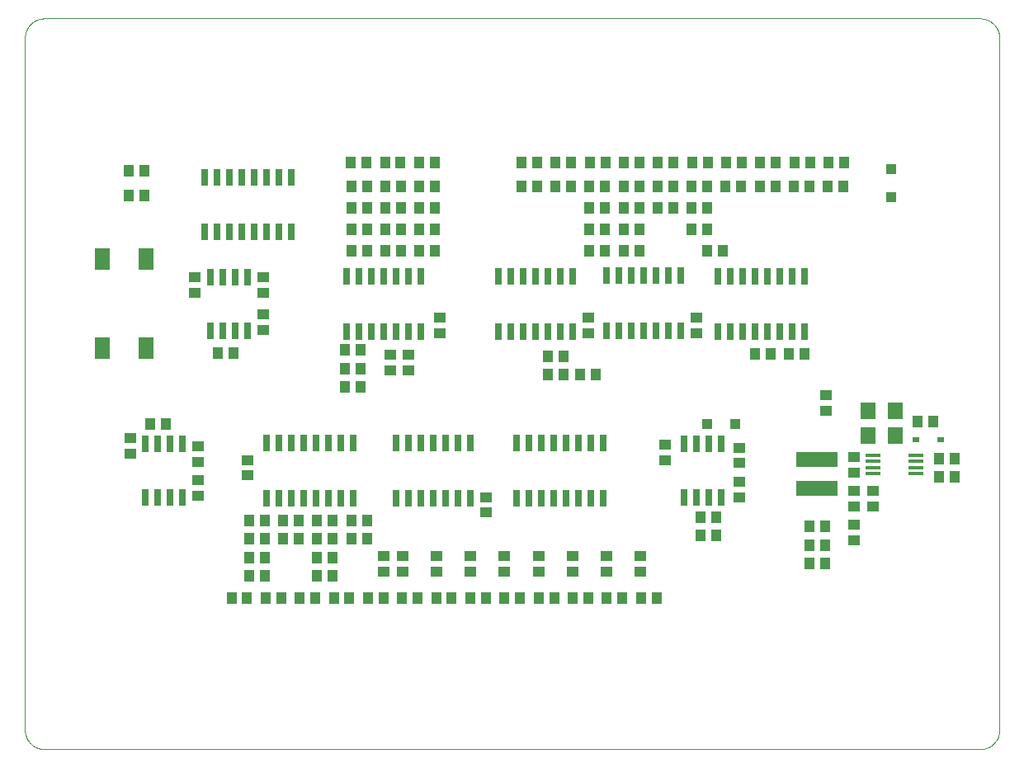
<source format=gtp>
G75*
%MOIN*%
%OFA0B0*%
%FSLAX25Y25*%
%IPPOS*%
%LPD*%
%AMOC8*
5,1,8,0,0,1.08239X$1,22.5*
%
%ADD10C,0.00400*%
%ADD11R,0.02756X0.06890*%
%ADD12R,0.04331X0.05118*%
%ADD13R,0.06496X0.01772*%
%ADD14R,0.16535X0.06299*%
%ADD15R,0.05118X0.04331*%
%ADD16R,0.06299X0.07087*%
%ADD17R,0.04331X0.04331*%
%ADD18R,0.03150X0.02362*%
%ADD19R,0.06299X0.09055*%
D10*
X0001394Y0009268D02*
X0001394Y0288795D01*
X0001396Y0288985D01*
X0001403Y0289175D01*
X0001415Y0289365D01*
X0001431Y0289555D01*
X0001451Y0289744D01*
X0001477Y0289933D01*
X0001506Y0290121D01*
X0001541Y0290308D01*
X0001580Y0290494D01*
X0001623Y0290679D01*
X0001671Y0290864D01*
X0001723Y0291047D01*
X0001779Y0291228D01*
X0001840Y0291408D01*
X0001906Y0291587D01*
X0001975Y0291764D01*
X0002049Y0291940D01*
X0002127Y0292113D01*
X0002210Y0292285D01*
X0002296Y0292454D01*
X0002386Y0292622D01*
X0002481Y0292787D01*
X0002579Y0292950D01*
X0002682Y0293110D01*
X0002788Y0293268D01*
X0002898Y0293423D01*
X0003011Y0293576D01*
X0003129Y0293726D01*
X0003250Y0293872D01*
X0003374Y0294016D01*
X0003502Y0294157D01*
X0003633Y0294295D01*
X0003768Y0294430D01*
X0003906Y0294561D01*
X0004047Y0294689D01*
X0004191Y0294813D01*
X0004337Y0294934D01*
X0004487Y0295052D01*
X0004640Y0295165D01*
X0004795Y0295275D01*
X0004953Y0295381D01*
X0005113Y0295484D01*
X0005276Y0295582D01*
X0005441Y0295677D01*
X0005609Y0295767D01*
X0005778Y0295853D01*
X0005950Y0295936D01*
X0006123Y0296014D01*
X0006299Y0296088D01*
X0006476Y0296157D01*
X0006655Y0296223D01*
X0006835Y0296284D01*
X0007016Y0296340D01*
X0007199Y0296392D01*
X0007384Y0296440D01*
X0007569Y0296483D01*
X0007755Y0296522D01*
X0007942Y0296557D01*
X0008130Y0296586D01*
X0008319Y0296612D01*
X0008508Y0296632D01*
X0008698Y0296648D01*
X0008888Y0296660D01*
X0009078Y0296667D01*
X0009268Y0296669D01*
X0387220Y0296669D01*
X0387410Y0296667D01*
X0387600Y0296660D01*
X0387790Y0296648D01*
X0387980Y0296632D01*
X0388169Y0296612D01*
X0388358Y0296586D01*
X0388546Y0296557D01*
X0388733Y0296522D01*
X0388919Y0296483D01*
X0389104Y0296440D01*
X0389289Y0296392D01*
X0389472Y0296340D01*
X0389653Y0296284D01*
X0389833Y0296223D01*
X0390012Y0296157D01*
X0390189Y0296088D01*
X0390365Y0296014D01*
X0390538Y0295936D01*
X0390710Y0295853D01*
X0390879Y0295767D01*
X0391047Y0295677D01*
X0391212Y0295582D01*
X0391375Y0295484D01*
X0391535Y0295381D01*
X0391693Y0295275D01*
X0391848Y0295165D01*
X0392001Y0295052D01*
X0392151Y0294934D01*
X0392297Y0294813D01*
X0392441Y0294689D01*
X0392582Y0294561D01*
X0392720Y0294430D01*
X0392855Y0294295D01*
X0392986Y0294157D01*
X0393114Y0294016D01*
X0393238Y0293872D01*
X0393359Y0293726D01*
X0393477Y0293576D01*
X0393590Y0293423D01*
X0393700Y0293268D01*
X0393806Y0293110D01*
X0393909Y0292950D01*
X0394007Y0292787D01*
X0394102Y0292622D01*
X0394192Y0292454D01*
X0394278Y0292285D01*
X0394361Y0292113D01*
X0394439Y0291940D01*
X0394513Y0291764D01*
X0394582Y0291587D01*
X0394648Y0291408D01*
X0394709Y0291228D01*
X0394765Y0291047D01*
X0394817Y0290864D01*
X0394865Y0290679D01*
X0394908Y0290494D01*
X0394947Y0290308D01*
X0394982Y0290121D01*
X0395011Y0289933D01*
X0395037Y0289744D01*
X0395057Y0289555D01*
X0395073Y0289365D01*
X0395085Y0289175D01*
X0395092Y0288985D01*
X0395094Y0288795D01*
X0395094Y0009268D01*
X0395092Y0009078D01*
X0395085Y0008888D01*
X0395073Y0008698D01*
X0395057Y0008508D01*
X0395037Y0008319D01*
X0395011Y0008130D01*
X0394982Y0007942D01*
X0394947Y0007755D01*
X0394908Y0007569D01*
X0394865Y0007384D01*
X0394817Y0007199D01*
X0394765Y0007016D01*
X0394709Y0006835D01*
X0394648Y0006655D01*
X0394582Y0006476D01*
X0394513Y0006299D01*
X0394439Y0006123D01*
X0394361Y0005950D01*
X0394278Y0005778D01*
X0394192Y0005609D01*
X0394102Y0005441D01*
X0394007Y0005276D01*
X0393909Y0005113D01*
X0393806Y0004953D01*
X0393700Y0004795D01*
X0393590Y0004640D01*
X0393477Y0004487D01*
X0393359Y0004337D01*
X0393238Y0004191D01*
X0393114Y0004047D01*
X0392986Y0003906D01*
X0392855Y0003768D01*
X0392720Y0003633D01*
X0392582Y0003502D01*
X0392441Y0003374D01*
X0392297Y0003250D01*
X0392151Y0003129D01*
X0392001Y0003011D01*
X0391848Y0002898D01*
X0391693Y0002788D01*
X0391535Y0002682D01*
X0391375Y0002579D01*
X0391212Y0002481D01*
X0391047Y0002386D01*
X0390879Y0002296D01*
X0390710Y0002210D01*
X0390538Y0002127D01*
X0390365Y0002049D01*
X0390189Y0001975D01*
X0390012Y0001906D01*
X0389833Y0001840D01*
X0389653Y0001779D01*
X0389472Y0001723D01*
X0389289Y0001671D01*
X0389104Y0001623D01*
X0388919Y0001580D01*
X0388733Y0001541D01*
X0388546Y0001506D01*
X0388358Y0001477D01*
X0388169Y0001451D01*
X0387980Y0001431D01*
X0387790Y0001415D01*
X0387600Y0001403D01*
X0387410Y0001396D01*
X0387220Y0001394D01*
X0009268Y0001394D01*
X0009078Y0001396D01*
X0008888Y0001403D01*
X0008698Y0001415D01*
X0008508Y0001431D01*
X0008319Y0001451D01*
X0008130Y0001477D01*
X0007942Y0001506D01*
X0007755Y0001541D01*
X0007569Y0001580D01*
X0007384Y0001623D01*
X0007199Y0001671D01*
X0007016Y0001723D01*
X0006835Y0001779D01*
X0006655Y0001840D01*
X0006476Y0001906D01*
X0006299Y0001975D01*
X0006123Y0002049D01*
X0005950Y0002127D01*
X0005778Y0002210D01*
X0005609Y0002296D01*
X0005441Y0002386D01*
X0005276Y0002481D01*
X0005113Y0002579D01*
X0004953Y0002682D01*
X0004795Y0002788D01*
X0004640Y0002898D01*
X0004487Y0003011D01*
X0004337Y0003129D01*
X0004191Y0003250D01*
X0004047Y0003374D01*
X0003906Y0003502D01*
X0003768Y0003633D01*
X0003633Y0003768D01*
X0003502Y0003906D01*
X0003374Y0004047D01*
X0003250Y0004191D01*
X0003129Y0004337D01*
X0003011Y0004487D01*
X0002898Y0004640D01*
X0002788Y0004795D01*
X0002682Y0004953D01*
X0002579Y0005113D01*
X0002481Y0005276D01*
X0002386Y0005441D01*
X0002296Y0005609D01*
X0002210Y0005778D01*
X0002127Y0005950D01*
X0002049Y0006123D01*
X0001975Y0006299D01*
X0001906Y0006476D01*
X0001840Y0006655D01*
X0001779Y0006835D01*
X0001723Y0007016D01*
X0001671Y0007199D01*
X0001623Y0007384D01*
X0001580Y0007569D01*
X0001541Y0007755D01*
X0001506Y0007942D01*
X0001477Y0008130D01*
X0001451Y0008319D01*
X0001431Y0008508D01*
X0001415Y0008698D01*
X0001403Y0008888D01*
X0001396Y0009078D01*
X0001394Y0009268D01*
D11*
X0050144Y0103067D03*
X0055144Y0103067D03*
X0060144Y0103067D03*
X0065144Y0103067D03*
X0065144Y0124720D03*
X0060144Y0124720D03*
X0055144Y0124720D03*
X0050144Y0124720D03*
X0098894Y0125016D03*
X0103894Y0125016D03*
X0108894Y0125016D03*
X0113894Y0125016D03*
X0118894Y0125016D03*
X0123894Y0125016D03*
X0128894Y0125016D03*
X0133894Y0125016D03*
X0151394Y0125016D03*
X0156394Y0125016D03*
X0161394Y0125016D03*
X0166394Y0125016D03*
X0171394Y0125016D03*
X0176394Y0125016D03*
X0181394Y0125016D03*
X0200144Y0125016D03*
X0205144Y0125016D03*
X0210144Y0125016D03*
X0215144Y0125016D03*
X0220144Y0125016D03*
X0225144Y0125016D03*
X0230144Y0125016D03*
X0235144Y0125016D03*
X0235144Y0102772D03*
X0230144Y0102772D03*
X0225144Y0102772D03*
X0220144Y0102772D03*
X0215144Y0102772D03*
X0210144Y0102772D03*
X0205144Y0102772D03*
X0200144Y0102772D03*
X0181394Y0102772D03*
X0176394Y0102772D03*
X0171394Y0102772D03*
X0166394Y0102772D03*
X0161394Y0102772D03*
X0156394Y0102772D03*
X0151394Y0102772D03*
X0133894Y0102772D03*
X0128894Y0102772D03*
X0123894Y0102772D03*
X0118894Y0102772D03*
X0113894Y0102772D03*
X0108894Y0102772D03*
X0103894Y0102772D03*
X0098894Y0102772D03*
X0091394Y0170567D03*
X0086394Y0170567D03*
X0081394Y0170567D03*
X0076394Y0170567D03*
X0076394Y0192220D03*
X0081394Y0192220D03*
X0086394Y0192220D03*
X0091394Y0192220D03*
X0093884Y0210360D03*
X0088884Y0210360D03*
X0083884Y0210360D03*
X0078884Y0210360D03*
X0073884Y0210360D03*
X0073884Y0232604D03*
X0078884Y0232604D03*
X0083884Y0232604D03*
X0088884Y0232604D03*
X0093884Y0232604D03*
X0098884Y0232604D03*
X0103884Y0232604D03*
X0108884Y0232604D03*
X0108884Y0210360D03*
X0103884Y0210360D03*
X0098884Y0210360D03*
X0131394Y0192516D03*
X0136394Y0192516D03*
X0141394Y0192516D03*
X0146394Y0192516D03*
X0151394Y0192516D03*
X0156394Y0192516D03*
X0161394Y0192516D03*
X0161394Y0170272D03*
X0156394Y0170272D03*
X0151394Y0170272D03*
X0146394Y0170272D03*
X0141394Y0170272D03*
X0136394Y0170272D03*
X0131394Y0170272D03*
X0192644Y0170272D03*
X0197644Y0170272D03*
X0202644Y0170272D03*
X0207644Y0170272D03*
X0212644Y0170272D03*
X0217644Y0170272D03*
X0222644Y0170272D03*
X0236394Y0170439D03*
X0241394Y0170439D03*
X0246394Y0170439D03*
X0251394Y0170439D03*
X0256394Y0170439D03*
X0261394Y0170439D03*
X0266394Y0170439D03*
X0281394Y0170272D03*
X0286394Y0170272D03*
X0291394Y0170272D03*
X0296394Y0170272D03*
X0301394Y0170272D03*
X0306394Y0170272D03*
X0311394Y0170272D03*
X0316394Y0170272D03*
X0316394Y0192516D03*
X0311394Y0192516D03*
X0306394Y0192516D03*
X0301394Y0192516D03*
X0296394Y0192516D03*
X0291394Y0192516D03*
X0286394Y0192516D03*
X0281394Y0192516D03*
X0266394Y0192683D03*
X0261394Y0192683D03*
X0256394Y0192683D03*
X0251394Y0192683D03*
X0246394Y0192683D03*
X0241394Y0192683D03*
X0236394Y0192683D03*
X0222644Y0192516D03*
X0217644Y0192516D03*
X0212644Y0192516D03*
X0207644Y0192516D03*
X0202644Y0192516D03*
X0197644Y0192516D03*
X0192644Y0192516D03*
X0267644Y0124720D03*
X0272644Y0124720D03*
X0277644Y0124720D03*
X0282644Y0124720D03*
X0282644Y0103067D03*
X0277644Y0103067D03*
X0272644Y0103067D03*
X0267644Y0103067D03*
D12*
X0274494Y0095144D03*
X0280793Y0095144D03*
X0280793Y0087644D03*
X0274494Y0087644D03*
X0256512Y0062417D03*
X0250213Y0062417D03*
X0242732Y0062417D03*
X0236433Y0062417D03*
X0228953Y0062417D03*
X0222654Y0062417D03*
X0215173Y0062417D03*
X0208874Y0062417D03*
X0201394Y0062417D03*
X0195094Y0062417D03*
X0187614Y0062417D03*
X0181315Y0062417D03*
X0173835Y0062417D03*
X0167535Y0062417D03*
X0160055Y0062417D03*
X0153756Y0062417D03*
X0146276Y0062417D03*
X0139976Y0062417D03*
X0132496Y0062417D03*
X0126197Y0062417D03*
X0118717Y0062417D03*
X0112417Y0062417D03*
X0104937Y0062417D03*
X0098638Y0062417D03*
X0091157Y0062417D03*
X0084858Y0062417D03*
X0091994Y0071394D03*
X0098293Y0071394D03*
X0098293Y0078894D03*
X0091994Y0078894D03*
X0091994Y0086394D03*
X0098293Y0086394D03*
X0105744Y0086394D03*
X0112043Y0086394D03*
X0119494Y0086394D03*
X0125793Y0086394D03*
X0133244Y0086394D03*
X0139543Y0086394D03*
X0139543Y0093894D03*
X0133244Y0093894D03*
X0125793Y0093894D03*
X0119494Y0093894D03*
X0112043Y0093894D03*
X0105744Y0093894D03*
X0098293Y0093894D03*
X0091994Y0093894D03*
X0119494Y0078894D03*
X0125793Y0078894D03*
X0125793Y0071394D03*
X0119494Y0071394D03*
X0058293Y0132644D03*
X0051994Y0132644D03*
X0079494Y0161394D03*
X0085793Y0161394D03*
X0130744Y0162644D03*
X0137043Y0162644D03*
X0137043Y0155144D03*
X0130744Y0155144D03*
X0130744Y0147644D03*
X0137043Y0147644D03*
X0139543Y0202644D03*
X0133244Y0202644D03*
X0133244Y0211394D03*
X0139543Y0211394D03*
X0146994Y0211394D03*
X0153293Y0211394D03*
X0160744Y0211394D03*
X0167043Y0211394D03*
X0167043Y0220144D03*
X0160744Y0220144D03*
X0153293Y0220144D03*
X0146994Y0220144D03*
X0139543Y0220144D03*
X0133244Y0220144D03*
X0133244Y0228894D03*
X0139543Y0228894D03*
X0146994Y0228894D03*
X0153293Y0228894D03*
X0160744Y0228894D03*
X0167043Y0228894D03*
X0166945Y0238598D03*
X0160646Y0238598D03*
X0153165Y0238598D03*
X0146866Y0238598D03*
X0139386Y0238598D03*
X0133087Y0238598D03*
X0146994Y0202644D03*
X0153293Y0202644D03*
X0160744Y0202644D03*
X0167043Y0202644D03*
X0201994Y0228894D03*
X0208293Y0228894D03*
X0215744Y0228894D03*
X0222043Y0228894D03*
X0229494Y0228894D03*
X0235793Y0228894D03*
X0243244Y0228894D03*
X0249543Y0228894D03*
X0256994Y0228894D03*
X0263293Y0228894D03*
X0270744Y0228894D03*
X0277043Y0228894D03*
X0284494Y0228894D03*
X0290793Y0228894D03*
X0298244Y0228894D03*
X0304543Y0228894D03*
X0311994Y0228894D03*
X0318293Y0228894D03*
X0325744Y0228894D03*
X0332043Y0228894D03*
X0332299Y0238598D03*
X0326000Y0238598D03*
X0318520Y0238598D03*
X0312220Y0238598D03*
X0304740Y0238598D03*
X0298441Y0238598D03*
X0290961Y0238598D03*
X0284661Y0238598D03*
X0277181Y0238598D03*
X0270882Y0238598D03*
X0263402Y0238598D03*
X0257102Y0238598D03*
X0249622Y0238598D03*
X0243323Y0238598D03*
X0235843Y0238598D03*
X0229543Y0238598D03*
X0222063Y0238598D03*
X0215764Y0238598D03*
X0208283Y0238598D03*
X0201984Y0238598D03*
X0229494Y0220144D03*
X0235793Y0220144D03*
X0243244Y0220144D03*
X0249543Y0220144D03*
X0256994Y0220144D03*
X0263293Y0220144D03*
X0270744Y0220144D03*
X0277043Y0220144D03*
X0277043Y0211394D03*
X0270744Y0211394D03*
X0276994Y0202644D03*
X0283293Y0202644D03*
X0249543Y0202644D03*
X0243244Y0202644D03*
X0235793Y0202644D03*
X0229494Y0202644D03*
X0229494Y0211394D03*
X0235793Y0211394D03*
X0243244Y0211394D03*
X0249543Y0211394D03*
X0218918Y0160144D03*
X0212619Y0160144D03*
X0212619Y0152644D03*
X0218918Y0152644D03*
X0225744Y0152644D03*
X0232043Y0152644D03*
X0296369Y0161226D03*
X0302668Y0161226D03*
X0310119Y0161226D03*
X0316418Y0161226D03*
X0361994Y0133894D03*
X0368293Y0133894D03*
X0370744Y0118894D03*
X0377043Y0118894D03*
X0377043Y0111394D03*
X0370744Y0111394D03*
X0324543Y0091394D03*
X0318244Y0091394D03*
X0318244Y0083894D03*
X0324543Y0083894D03*
X0324543Y0076394D03*
X0318244Y0076394D03*
X0049543Y0225144D03*
X0043244Y0225144D03*
X0043244Y0235144D03*
X0049543Y0235144D03*
D13*
X0343982Y0120144D03*
X0343982Y0117644D03*
X0343982Y0115144D03*
X0343982Y0112644D03*
X0361305Y0112644D03*
X0361305Y0115144D03*
X0361305Y0117644D03*
X0361305Y0120144D03*
D14*
X0321394Y0118549D03*
X0321394Y0106738D03*
D15*
X0336394Y0105793D03*
X0336394Y0099494D03*
X0336394Y0092043D03*
X0336394Y0085744D03*
X0343894Y0099494D03*
X0343894Y0105793D03*
X0336394Y0113244D03*
X0336394Y0119543D03*
X0325144Y0138244D03*
X0325144Y0144543D03*
X0290144Y0123293D03*
X0290144Y0116994D03*
X0290144Y0109543D03*
X0290144Y0103244D03*
X0260144Y0118244D03*
X0260144Y0124543D03*
X0250144Y0079543D03*
X0250144Y0073244D03*
X0236394Y0073244D03*
X0236394Y0079543D03*
X0222644Y0079543D03*
X0222644Y0073244D03*
X0208894Y0073244D03*
X0208894Y0079543D03*
X0195144Y0079543D03*
X0195144Y0073244D03*
X0181394Y0073244D03*
X0181394Y0079543D03*
X0167644Y0079543D03*
X0167644Y0073244D03*
X0153894Y0073244D03*
X0153894Y0079543D03*
X0146394Y0079543D03*
X0146394Y0073244D03*
X0187644Y0096994D03*
X0187644Y0103293D03*
X0156394Y0154494D03*
X0156394Y0160793D03*
X0148894Y0160793D03*
X0148894Y0154494D03*
X0168894Y0169494D03*
X0168894Y0175793D03*
X0228894Y0175793D03*
X0228894Y0169494D03*
X0272644Y0169494D03*
X0272644Y0175793D03*
X0097644Y0177043D03*
X0097644Y0170744D03*
X0097644Y0185744D03*
X0097644Y0192043D03*
X0070144Y0192043D03*
X0070144Y0185744D03*
X0043894Y0127043D03*
X0043894Y0120744D03*
X0071394Y0117619D03*
X0071394Y0123918D03*
X0071394Y0110168D03*
X0071394Y0103869D03*
X0091394Y0111994D03*
X0091394Y0118293D03*
D16*
X0342132Y0128269D03*
X0353156Y0128269D03*
X0353156Y0138269D03*
X0342132Y0138269D03*
D17*
X0288352Y0132644D03*
X0276935Y0132644D03*
X0351394Y0224435D03*
X0351394Y0235852D03*
D18*
X0361472Y0126394D03*
X0371315Y0126394D03*
D19*
X0050252Y0163480D03*
X0032535Y0163480D03*
X0032535Y0199307D03*
X0050252Y0199307D03*
M02*

</source>
